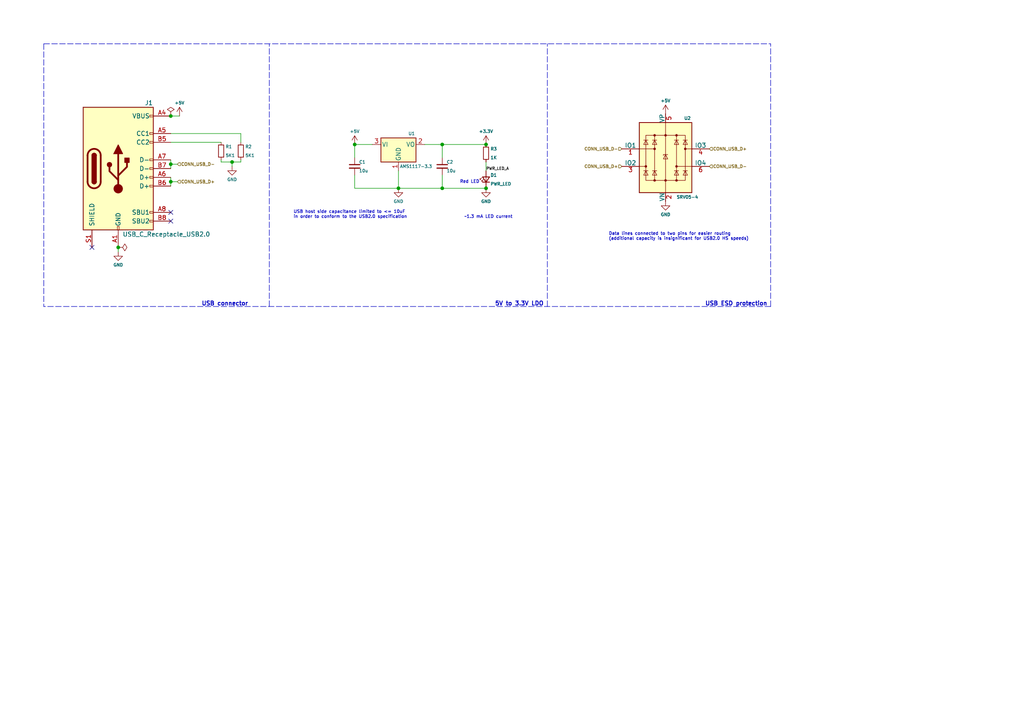
<source format=kicad_sch>
(kicad_sch (version 20211123) (generator eeschema)
  (paper "A4")
  (title_block (title "USB connector and power suply") (date "2025-02-16") (rev "1.0") (company "Copyright: Tomislav Milkovic"))
  (lib_symbols
    (symbol "Connector:USB_C_Receptacle_USB2.0" (pin_names (offset 1.016))
      (property "Reference" "J" (at -10.16 19.05 0))
      (property "Value" "USB_C_Receptacle_USB2.0" (at 19.05 19.05 0))
      (symbol "USB_C_Receptacle_USB2.0_0_0"
        (rectangle (start -0.254 -17.78) (end 0.254 -16.764))
        (rectangle (start 10.16 -14.986) (end 9.144 -15.494))
        (rectangle (start 10.16 -12.446) (end 9.144 -12.954))
        (rectangle (start 10.16 -4.826) (end 9.144 -5.334))
        (rectangle (start 10.16 -2.286) (end 9.144 -2.794))
        (rectangle (start 10.16 0.254) (end 9.144 -0.254))
        (rectangle (start 10.16 2.794) (end 9.144 2.286))
        (rectangle (start 10.16 7.874) (end 9.144 7.366))
        (rectangle (start 10.16 10.414) (end 9.144 9.906))
        (rectangle (start 10.16 15.494) (end 9.144 14.986))
      )
      (symbol "USB_C_Receptacle_USB2.0_0_1"
        (rectangle (start -10.16 17.78) (end 10.16 -17.78) (stroke (width 0.254)) (fill (type background)))
        (arc (start -8.89 -3.81) (mid -6.985 -5.715) (end -5.08 -3.81) (stroke (width 0.508)))
        (arc (start -7.62 -3.81) (mid -6.985 -4.445) (end -6.35 -3.81) (stroke (width 0.254)))
        (arc (start -7.62 -3.81) (mid -6.985 -4.445) (end -6.35 -3.81) (stroke (width 0.254)) (fill (type outline)))
        (rectangle (start -7.62 -3.81) (end -6.35 3.81) (stroke (width 0.254)) (fill (type outline)))
        (arc (start -6.35 3.81) (mid -6.985 4.445) (end -7.62 3.81) (stroke (width 0.254)))
        (arc (start -6.35 3.81) (mid -6.985 4.445) (end -7.62 3.81) (stroke (width 0.254)) (fill (type outline)))
        (arc (start -5.08 3.81) (mid -6.985 5.715) (end -8.89 3.81) (stroke (width 0.508)))
        (circle (center -2.54 1.143) (radius 0.635) (stroke (width 0.254)) (fill (type outline)))
        (circle (center 0 -5.842) (radius 1.27) (fill (type outline)))
        (polyline (pts (xy -8.89 -3.81) (xy -8.89 3.81)) (stroke (width 0.508)))
        (polyline (pts (xy -5.08 3.81) (xy -5.08 -3.81)) (stroke (width 0.508)))
        (polyline (pts (xy 0 -5.842) (xy 0 4.318)) (stroke (width 0.508)))
        (polyline (pts (xy 0 -3.302) (xy -2.54 -0.762) (xy -2.54 0.508)) (stroke (width 0.508)))
        (polyline (pts (xy 0 -2.032) (xy 2.54 0.508) (xy 2.54 1.778)) (stroke (width 0.508)))
        (polyline (pts (xy -1.27 4.318) (xy 0 6.858) (xy 1.27 4.318) (xy -1.27 4.318)) (stroke (width 0.254)) (fill (type outline)))
        (rectangle (start 1.905 1.778) (end 3.175 3.048) (stroke (width 0.254)) (fill (type outline)))
      )
      (symbol "USB_C_Receptacle_USB2.0_1_1"
        (pin passive line (at 0 -22.86 90) (length 5.08) (name "GND") (number "A1"))
        (pin passive line (at 0 -22.86 90) (length 5.08) hide (name "GND") (number "A12"))
        (pin passive line (at 15.24 15.24 180) (length 5.08) (name "VBUS") (number "A4"))
        (pin bidirectional line (at 15.24 10.16 180) (length 5.08) (name "CC1") (number "A5"))
        (pin bidirectional line (at 15.24 -2.54 180) (length 5.08) (name "D+") (number "A6"))
        (pin bidirectional line (at 15.24 2.54 180) (length 5.08) (name "D-") (number "A7"))
        (pin bidirectional line (at 15.24 -12.7 180) (length 5.08) (name "SBU1") (number "A8"))
        (pin passive line (at 15.24 15.24 180) (length 5.08) hide (name "VBUS") (number "A9"))
        (pin passive line (at 0 -22.86 90) (length 5.08) hide (name "GND") (number "B1"))
        (pin passive line (at 0 -22.86 90) (length 5.08) hide (name "GND") (number "B12"))
        (pin passive line (at 15.24 15.24 180) (length 5.08) hide (name "VBUS") (number "B4"))
        (pin bidirectional line (at 15.24 7.62 180) (length 5.08) (name "CC2") (number "B5"))
        (pin bidirectional line (at 15.24 -5.08 180) (length 5.08) (name "D+") (number "B6"))
        (pin bidirectional line (at 15.24 0 180) (length 5.08) (name "D-") (number "B7"))
        (pin bidirectional line (at 15.24 -15.24 180) (length 5.08) (name "SBU2") (number "B8"))
        (pin passive line (at 15.24 15.24 180) (length 5.08) hide (name "VBUS") (number "B9"))
        (pin passive line (at -7.62 -22.86 90) (length 5.08) (name "SHIELD") (number "S1"))
      )
    )
    (symbol "Device:C_Small" (pin_numbers hide) (pin_names (offset 0.254) hide)
      (property "Reference" "C" (at 0.254 1.778 0))
      (property "Value" "C_Small" (at 0.254 -2.032 0))
      (symbol "C_Small_0_1"
        (polyline (pts (xy -1.524 -0.508) (xy 1.524 -0.508)) (stroke (width 0.3302)))
        (polyline (pts (xy -1.524 0.508) (xy 1.524 0.508)) (stroke (width 0.3048)))
      )
      (symbol "C_Small_1_1"
        (pin passive line (at 0 2.54 270) (length 2.032) (name "~") (number "1"))
        (pin passive line (at 0 -2.54 90) (length 2.032) (name "~") (number "2"))
      )
    )
    (symbol "Device:LED_Small" (pin_numbers hide) (pin_names (offset 0.254) hide)
      (property "Reference" "D" (at -1.27 3.175 0))
      (property "Value" "LED_Small" (at -4.445 -2.54 0))
      (symbol "LED_Small_0_1"
        (polyline (pts (xy -0.762 -1.016) (xy -0.762 1.016)) (stroke (width 0.254)))
        (polyline (pts (xy 1.016 0) (xy -0.762 0)))
        (polyline (pts (xy 0.762 -1.016) (xy -0.762 0) (xy 0.762 1.016) (xy 0.762 -1.016)) (stroke (width 0.254)))
        (polyline (pts (xy 0 0.762) (xy -0.508 1.27) (xy -0.254 1.27) (xy -0.508 1.27) (xy -0.508 1.016)))
        (polyline (pts (xy 0.508 1.27) (xy 0 1.778) (xy 0.254 1.778) (xy 0 1.778) (xy 0 1.524)))
      )
      (symbol "LED_Small_1_1"
        (pin passive line (at -2.54 0 0) (length 1.778) (name "K") (number "1"))
        (pin passive line (at 2.54 0 180) (length 1.778) (name "A") (number "2"))
      )
    )
    (symbol "Device:R_Small" (pin_numbers hide) (pin_names (offset 0.254) hide)
      (property "Reference" "R" (at 0.762 0.508 0))
      (property "Value" "R_Small" (at 0.762 -1.016 0))
      (symbol "R_Small_0_1"
        (rectangle (start -0.762 1.778) (end 0.762 -1.778) (stroke (width 0.2032)))
      )
      (symbol "R_Small_1_1"
        (pin passive line (at 0 2.54 270) (length 0.762) (name "~") (number "1"))
        (pin passive line (at 0 -2.54 90) (length 0.762) (name "~") (number "2"))
      )
    )
    (symbol "Power_Protection:SRV05-4" (pin_names (offset 0))
      (property "Reference" "U" (at -5.08 11.43 0))
      (property "Value" "SRV05-4" (at 2.54 11.43 0))
      (symbol "SRV05-4_0_0"
        (rectangle (start -5.715 6.477) (end 5.715 -6.604))
        (polyline (pts (xy -3.175 -6.604) (xy -3.175 6.477)))
        (polyline (pts (xy 3.175 6.477) (xy 3.175 -6.604)))
      )
      (symbol "SRV05-4_0_1"
        (rectangle (start -7.62 10.16) (end 7.62 -10.16) (stroke (width 0.254)) (fill (type background)))
        (circle (center -5.715 -2.54) (radius 0.2794) (fill (type outline)))
        (circle (center -3.175 -6.604) (radius 0.2794) (fill (type outline)))
        (circle (center -3.175 2.54) (radius 0.2794) (fill (type outline)))
        (circle (center -3.175 6.477) (radius 0.2794) (fill (type outline)))
        (circle (center 0 -6.604) (radius 0.2794) (fill (type outline)))
        (polyline (pts (xy -7.747 2.54) (xy -3.175 2.54)))
        (polyline (pts (xy -7.62 -2.54) (xy -5.715 -2.54)))
        (polyline (pts (xy -5.08 -3.81) (xy -6.35 -3.81)))
        (polyline (pts (xy -5.08 5.08) (xy -6.35 5.08)))
        (polyline (pts (xy -2.54 -3.81) (xy -3.81 -3.81)))
        (polyline (pts (xy -2.54 5.08) (xy -3.81 5.08)))
        (polyline (pts (xy 0 10.16) (xy 0 -10.16)))
        (polyline (pts (xy 3.81 -3.81) (xy 2.54 -3.81)))
        (polyline (pts (xy 3.81 5.08) (xy 2.54 5.08)))
        (polyline (pts (xy 6.35 -3.81) (xy 5.08 -3.81)))
        (polyline (pts (xy 6.35 5.08) (xy 5.08 5.08)))
        (polyline (pts (xy 7.62 -2.54) (xy 3.175 -2.54)))
        (polyline (pts (xy 7.62 2.54) (xy 5.715 2.54)))
        (polyline (pts (xy 0.635 0.889) (xy -0.635 0.889) (xy -0.635 0.635)))
        (polyline (pts (xy -5.08 -5.08) (xy -6.35 -5.08) (xy -5.715 -3.81) (xy -5.08 -5.08)))
        (polyline (pts (xy -5.08 3.81) (xy -6.35 3.81) (xy -5.715 5.08) (xy -5.08 3.81)))
        (polyline (pts (xy -2.54 -5.08) (xy -3.81 -5.08) (xy -3.175 -3.81) (xy -2.54 -5.08)))
        (polyline (pts (xy -2.54 3.81) (xy -3.81 3.81) (xy -3.175 5.08) (xy -2.54 3.81)))
        (polyline (pts (xy 0.635 -0.381) (xy -0.635 -0.381) (xy 0 0.889) (xy 0.635 -0.381)))
        (polyline (pts (xy 3.81 -5.08) (xy 2.54 -5.08) (xy 3.175 -3.81) (xy 3.81 -5.08)))
        (polyline (pts (xy 3.81 3.81) (xy 2.54 3.81) (xy 3.175 5.08) (xy 3.81 3.81)))
        (polyline (pts (xy 6.35 -5.08) (xy 5.08 -5.08) (xy 5.715 -3.81) (xy 6.35 -5.08)))
        (polyline (pts (xy 6.35 3.81) (xy 5.08 3.81) (xy 5.715 5.08) (xy 6.35 3.81)))
        (circle (center 0 6.477) (radius 0.2794) (fill (type outline)))
        (circle (center 3.175 -6.604) (radius 0.2794) (fill (type outline)))
        (circle (center 3.175 -2.54) (radius 0.2794) (fill (type outline)))
        (circle (center 3.175 6.477) (radius 0.2794) (fill (type outline)))
        (circle (center 5.715 2.54) (radius 0.2794) (fill (type outline)))
      )
      (symbol "SRV05-4_1_1"
        (pin passive line (at -12.7 2.54 0) (length 5.08) (name "IO1") (number "1"))
        (pin passive line (at 0 -12.7 90) (length 2.54) (name "VN") (number "2"))
        (pin passive line (at -12.7 -2.54 0) (length 5.08) (name "IO2") (number "3"))
        (pin passive line (at 12.7 2.54 180) (length 5.08) (name "IO3") (number "4"))
        (pin passive line (at 0 12.7 270) (length 2.54) (name "VP") (number "5"))
        (pin passive line (at 12.7 -2.54 180) (length 5.08) (name "IO4") (number "6"))
      )
    )
    (symbol "Regulator_Linear:AMS1117-3.3" (pin_names (offset 0.254))
      (property "Reference" "U" (at -3.81 3.175 0))
      (property "Value" "AMS1117-3.3" (at 0 3.175 0))
      (symbol "AMS1117-3.3_0_1"
        (rectangle (start -5.08 -5.08) (end 5.08 1.905) (stroke (width 0.254)) (fill (type background)))
      )
      (symbol "AMS1117-3.3_1_1"
        (pin power_in line (at 0 -7.62 90) (length 2.54) (name "GND") (number "1"))
        (pin power_out line (at 7.62 0 180) (length 2.54) (name "VO") (number "2"))
        (pin power_in line (at -7.62 0 0) (length 2.54) (name "VI") (number "3"))
      )
    )
    (symbol "power:+3.3V" (power) (pin_names (offset 0))
      (property "Value" "+3.3V" (at 0 3.556 0))
      (symbol "+3.3V_0_1"
        (polyline (pts (xy -0.762 1.27) (xy 0 2.54)))
        (polyline (pts (xy 0 0) (xy 0 2.54)))
        (polyline (pts (xy 0 2.54) (xy 0.762 1.27)))
      )
      (symbol "+3.3V_1_1"
        (pin power_in line (at 0 0 90) (length 0) hide (name "+3.3V") (number "1"))
      )
    )
    (symbol "power:+5V" (power) (pin_names (offset 0))
      (property "Value" "+5V" (at 0 3.556 0))
      (symbol "+5V_0_1"
        (polyline (pts (xy -0.762 1.27) (xy 0 2.54)))
        (polyline (pts (xy 0 0) (xy 0 2.54)))
        (polyline (pts (xy 0 2.54) (xy 0.762 1.27)))
      )
      (symbol "+5V_1_1"
        (pin power_in line (at 0 0 90) (length 0) hide (name "+5V") (number "1"))
      )
    )
    (symbol "power:GND" (power) (pin_names (offset 0))
      (property "Value" "GND" (at 0 -3.81 0))
      (symbol "GND_0_1"
        (polyline (pts (xy 0 0) (xy 0 -1.27) (xy 1.27 -1.27) (xy 0 -2.54) (xy -1.27 -1.27) (xy 0 -1.27)))
      )
      (symbol "GND_1_1"
        (pin power_in line (at 0 0 270) (length 0) hide (name "GND") (number "1"))
      )
    )
    (symbol "power:PWR_FLAG" (power) (pin_numbers hide) (pin_names (offset 0) hide)
      (property "Value" "PWR_FLAG" (at 0 3.81 0))
      (symbol "PWR_FLAG_0_0"
        (pin power_out line (at 0 0 90) (length 0) (name "pwr") (number "1"))
      )
      (symbol "PWR_FLAG_0_1"
        (polyline (pts (xy 0 0) (xy 0 1.27) (xy -1.016 1.905) (xy 0 2.54) (xy 1.016 1.905) (xy 0 1.27)))
      )
    )
  )
  (junction (at 102.87 41.91))
  (junction (at 140.97 41.91))
  (junction (at 49.53 47.625))
  (junction (at 49.53 52.705))
  (junction (at 115.57 54.61))
  (junction (at 49.53 33.655))
  (junction (at 67.31 46.99))
  (junction (at 140.97 54.61))
  (junction (at 128.27 41.91))
  (junction (at 34.29 71.755))
  (junction (at 128.27 54.61))
  (no_connect (at 26.67 71.755))
  (no_connect (at 49.53 64.135))
  (no_connect (at 49.53 61.595))
  (polyline (pts (xy 12.7 12.7) (xy 12.7 88.9)))
  (wire (pts (xy 123.19 41.91) (xy 128.27 41.91)))
  (polyline (pts (xy 223.52 88.9) (xy 12.7 88.9)))
  (wire (pts (xy 49.53 47.625) (xy 49.53 48.895)))
  (wire (pts (xy 64.135 46.99) (xy 67.31 46.99)))
  (wire (pts (xy 69.85 46.99) (xy 69.85 46.355)))
  (wire (pts (xy 140.97 46.99) (xy 140.97 49.53)))
  (wire (pts (xy 49.53 38.735) (xy 69.85 38.735)))
  (wire (pts (xy 107.95 41.91) (xy 102.87 41.91)))
  (wire (pts (xy 49.53 47.625) (xy 51.435 47.625)))
  (wire (pts (xy 128.27 41.91) (xy 140.97 41.91)))
  (wire (pts (xy 67.31 46.99) (xy 69.85 46.99)))
  (wire (pts (xy 128.27 54.61) (xy 140.97 54.61)))
  (wire (pts (xy 115.57 54.61) (xy 102.87 54.61)))
  (wire (pts (xy 64.135 46.355) (xy 64.135 46.99)))
  (wire (pts (xy 102.87 50.8) (xy 102.87 54.61)))
  (wire (pts (xy 69.85 38.735) (xy 69.85 41.275)))
  (wire (pts (xy 128.27 45.72) (xy 128.27 41.91)))
  (wire (pts (xy 115.57 54.61) (xy 128.27 54.61)))
  (wire (pts (xy 115.57 49.53) (xy 115.57 54.61)))
  (wire (pts (xy 102.87 45.72) (xy 102.87 41.91)))
  (polyline (pts (xy 223.52 88.9) (xy 223.52 12.7)))
  (wire (pts (xy 49.53 51.435) (xy 49.53 52.705)))
  (wire (pts (xy 49.53 53.975) (xy 49.53 52.705)))
  (wire (pts (xy 49.53 52.705) (xy 51.435 52.705)))
  (wire (pts (xy 128.27 50.8) (xy 128.27 54.61)))
  (polyline (pts (xy 78.105 88.9) (xy 78.105 12.7)))
  (wire (pts (xy 49.53 46.355) (xy 49.53 47.625)))
  (wire (pts (xy 49.53 41.275) (xy 64.135 41.275)))
  (polyline (pts (xy 158.75 88.9) (xy 158.75 12.7)))
  (wire (pts (xy 49.53 33.655) (xy 52.07 33.655)))
  (wire (pts (xy 34.29 73.025) (xy 34.29 71.755)))
  (polyline (pts (xy 12.7 12.7) (xy 223.52 12.7)))
  (wire (pts (xy 67.31 46.99) (xy 67.31 48.26)))
  (text "USB ESD protection" (at 204.47 88.9 0) (effects (font (size 1.1938 1.1938) (thickness 0.2388) bold) (justify left bottom)))
  (text "USB connector" (at 58.42 88.9 0) (effects (font (size 1.1938 1.1938) (thickness 0.2388) bold) (justify left bottom)))
  (text "USB host side capacitance limited to <= 10uF\nin order to conform to the USB2.0 specification" (at 85.09 63.5 0) (effects (font (size 0.889 0.889)) (justify left bottom)))
  (text "5V to 3.3V LDO" (at 143.51 88.9 0) (effects (font (size 1.1938 1.1938) (thickness 0.2388) bold) (justify left bottom)))
  (text "~1.3 mA LED current" (at 134.62 63.5 0) (effects (font (size 0.889 0.889)) (justify left bottom)))
  (text "Red LED" (at 133.35 53.34 0) (effects (font (size 0.889 0.889)) (justify left bottom)))
  (text "Data lines connected to two pins for easier routing\n(additional capacity is insignificant for USB2.0 HS speeds)" (at 176.53 69.85 0) (effects (font (size 0.889 0.889)) (justify left bottom)))
  (label "PWR_LED_A" (at 140.97 49.53 0) (effects (font (size 0.7874 0.7874))))
  (hierarchical_label "CONN_USB_D-" (shape input) (at 51.435 47.625 0) (effects (font (size 0.889 0.889))))
  (hierarchical_label "CONN_USB_D-" (shape input) (at 180.34 43.18 180) (effects (font (size 0.889 0.889))))
  (hierarchical_label "CONN_USB_D+" (shape input) (at 180.34 48.26 180) (effects (font (size 0.889 0.889))))
  (hierarchical_label "CONN_USB_D+" (shape input) (at 205.74 43.18 0) (effects (font (size 0.889 0.889))))
  (hierarchical_label "CONN_USB_D-" (shape input) (at 205.74 48.26 0) (effects (font (size 0.889 0.889))))
  (hierarchical_label "CONN_USB_D+" (shape input) (at 51.435 52.705 0) (effects (font (size 0.889 0.889))))
  (symbol (lib_id "Regulator_Linear:AMS1117-3.3") (at 115.57 41.91 0) (unit 1)
    (property "Reference" "U1" (at 119.38 38.735 0) (effects (font (size 0.889 0.889))))
    (property "Value" "AMS1117-3.3" (at 120.65 48.26 0) (effects (font (size 0.889 0.889))))
    (property "Footprint" "Package_TO_SOT_SMD:SOT-223-3_TabPin2" (effects hide))
    (property "Datasheet" "https://jlcpcb.com/api/file/downloadByFileSystemAccessId/8550724073479806976" (effects hide))
    (property "LCSC" "C6186" (effects hide))
  )
  (symbol (lib_id "Device:C_Small") (at 102.87 48.26 0) (unit 1)
    (property "Reference" "C1" (at 104.14 46.99 0) (effects (font (size 0.889 0.889)) (justify left)))
    (property "Value" "10u" (at 104.14 49.53 0) (effects (font (size 0.889 0.889)) (justify left)))
    (property "Footprint" "Capacitor_SMD:C_0603_1608Metric" (effects hide))
    (property "Datasheet" "https://www.lcsc.com/datasheet/lcsc_datasheet_2304140030_Samsung-Electro-Mechanics-CL10A106KP8NNNC_C19702.pdf" (effects hide))
    (property "LCSC" "C19702" (effects hide))
  )
  (symbol (lib_id "Device:C_Small") (at 128.27 48.26 0) (unit 1)
    (property "Reference" "C2" (at 129.54 46.99 0) (effects (font (size 0.889 0.889)) (justify left)))
    (property "Value" "10u" (at 129.54 49.53 0) (effects (font (size 0.889 0.889)) (justify left)))
    (property "Footprint" "Capacitor_SMD:C_0603_1608Metric" (effects hide))
    (property "Datasheet" "https://www.lcsc.com/datasheet/lcsc_datasheet_2304140030_Samsung-Electro-Mechanics-CL10A106KP8NNNC_C19702.pdf" (effects hide))
    (property "LCSC" "C19702" (effects hide))
  )
  (symbol (lib_id "Device:LED_Small") (at 140.97 52.07 90) (unit 1)
    (property "Reference" "D1" (at 142.24 50.8 90) (effects (font (size 0.889 0.889)) (justify right)))
    (property "Value" "PWR_LED" (at 142.24 53.34 90) (effects (font (size 0.889 0.889)) (justify right)))
    (property "Footprint" "LED_SMD:LED_0603_1608Metric" (effects hide))
    (property "Datasheet" "https://jlcpcb.com/api/file/downloadByFileSystemAccessId/8550723991833485312" (effects hide))
    (property "LCSC" "C2286" (effects hide))
  )
  (symbol (lib_id "Device:R_Small") (at 140.97 44.45 0) (unit 1)
    (property "Reference" "R3" (at 142.24 43.18 0) (effects (font (size 0.889 0.889)) (justify left)))
    (property "Value" "1K" (at 142.24 45.72 0) (effects (font (size 0.889 0.889)) (justify left)))
    (property "Footprint" "Resistor_SMD:R_0402_1005Metric" (effects hide))
    (property "Datasheet" "https://www.lcsc.com/datasheet/lcsc_datasheet_2206010216_UNI-ROYAL-Uniroyal-Elec-0402WGF1001TCE_C11702.pdf" (effects hide))
    (property "LCSC" "C11702" (effects hide))
  )
  (symbol (lib_id "power:+5V") (at 102.87 41.91 0) (unit 1)
    (property "Reference" "#PWR043" (effects hide))
    (property "Value" "+5V" (at 102.87 38.1 0) (effects (font (size 0.889 0.889))))
  )
  (symbol (lib_id "power:GND") (at 115.57 54.61 0) (unit 1)
    (property "Reference" "#PWR044" (effects hide))
    (property "Value" "GND" (at 115.57 58.42 0) (effects (font (size 0.889 0.889))))
  )
  (symbol (lib_id "power:+3.3V") (at 140.97 41.91 0) (unit 1)
    (property "Reference" "#PWR045" (effects hide))
    (property "Value" "+3.3V" (at 140.97 38.1 0) (effects (font (size 0.889 0.889))))
  )
  (symbol (lib_id "power:GND") (at 140.97 54.61 0) (unit 1)
    (property "Reference" "#PWR046" (effects hide))
    (property "Value" "GND" (at 140.97 58.42 0) (effects (font (size 0.889 0.889))))
  )
  (symbol (lib_id "power:GND") (at 193.04 58.42 0) (unit 1)
    (property "Reference" "#PWR048" (effects hide))
    (property "Value" "GND" (at 193.04 62.23 0) (effects (font (size 0.889 0.889))))
  )
  (symbol (lib_id "Power_Protection:SRV05-4") (at 193.04 45.72 0) (unit 1)
    (property "Reference" "U2" (at 199.39 34.29 0) (effects (font (size 0.889 0.889))))
    (property "Value" "SRV05-4" (at 199.39 57.15 0) (effects (font (size 0.889 0.889))))
    (property "Footprint" "Package_TO_SOT_SMD:SOT-23-6" (effects hide))
    (property "Datasheet" "https://www.lcsc.com/datasheet/lcsc_datasheet_1809192313_ProTek-Devices-SRV05-4-P-T7_C85364.pdf" (effects hide))
    (property "LCSC" "C85364" (effects hide))
  )
  (symbol (lib_id "power:+5V") (at 193.04 33.02 0) (unit 1)
    (property "Reference" "#PWR047" (effects hide))
    (property "Value" "+5V" (at 193.04 29.21 0) (effects (font (size 0.889 0.889))))
  )
  (symbol (lib_id "Connector:USB_C_Receptacle_USB2.0") (at 34.29 48.895 0) (unit 1)
    (property "Reference" "J1" (at 43.18 29.845 0))
    (property "Value" "USB_C_Receptacle_USB2.0" (at 48.26 67.945 0))
    (property "Footprint" "Connector_USB:USB_C_Receptacle_XKB_U262-16XN-4BVC11" (effects hide))
    (property "Datasheet" "https://www.lcsc.com/datasheet/lcsc_datasheet_1912111437_SHOU-HAN-TYPE-C16PIN_C393939.pdf" (effects hide))
    (property "LCSC" "C393939" (effects hide))
  )
  (symbol (lib_id "power:GND") (at 34.29 73.025 0) (unit 1)
    (property "Reference" "#PWR023" (effects hide))
    (property "Value" "GND" (at 34.29 76.835 0) (effects (font (size 0.889 0.889))))
  )
  (symbol (lib_id "Device:R_Small") (at 64.135 43.815 0) (unit 1)
    (property "Reference" "R1" (at 65.405 42.545 0) (effects (font (size 0.889 0.889)) (justify left)))
    (property "Value" "5K1" (at 65.405 45.085 0) (effects (font (size 0.889 0.889)) (justify left)))
    (property "Footprint" "Resistor_SMD:R_0402_1005Metric" (effects hide))
    (property "Datasheet" "https://www.lcsc.com/datasheet/lcsc_datasheet_2206010045_UNI-ROYAL-Uniroyal-Elec-0402WGF5101TCE_C25905.pdf" (effects hide))
    (property "LCSC" "C25905" (effects hide))
  )
  (symbol (lib_id "Device:R_Small") (at 69.85 43.815 0) (unit 1)
    (property "Reference" "R2" (at 71.12 42.545 0) (effects (font (size 0.889 0.889)) (justify left)))
    (property "Value" "5K1" (at 71.12 45.085 0) (effects (font (size 0.889 0.889)) (justify left)))
    (property "Footprint" "Resistor_SMD:R_0402_1005Metric" (effects hide))
    (property "Datasheet" "https://www.lcsc.com/datasheet/lcsc_datasheet_2206010045_UNI-ROYAL-Uniroyal-Elec-0402WGF5101TCE_C25905.pdf" (effects hide))
    (property "LCSC" "C25905" (effects hide))
  )
  (symbol (lib_id "power:GND") (at 67.31 48.26 0) (unit 1)
    (property "Reference" "#PWR025" (effects hide))
    (property "Value" "GND" (at 67.31 52.07 0) (effects (font (size 0.889 0.889))))
  )
  (symbol (lib_id "power:PWR_FLAG") (at 49.53 33.655 0) (unit 1)
    (property "Reference" "#FLG0101" (effects hide))
    (property "Value" "PWR_FLAG" (effects hide))
  )
  (symbol (lib_id "power:PWR_FLAG") (at 34.29 71.755 270) (unit 1)
    (property "Reference" "#FLG0102" (effects hide))
    (property "Value" "PWR_FLAG" (effects hide))
  )
  (symbol (lib_id "power:+5V") (at 52.07 33.655 0) (unit 1)
    (property "Reference" "#PWR024" (effects hide))
    (property "Value" "+5V" (at 52.07 29.845 0) (effects (font (size 0.889 0.889))))
  )
)
</source>
